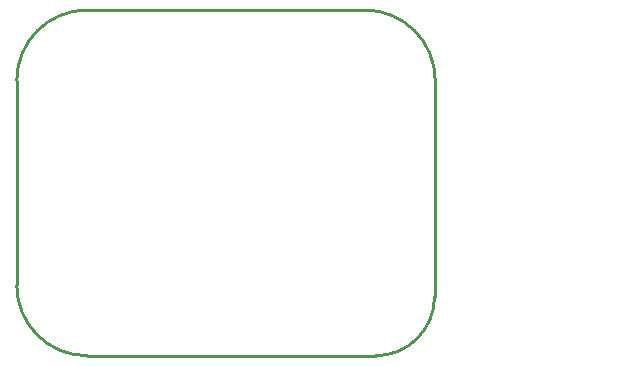
<source format=gko>
G04*
G04 #@! TF.GenerationSoftware,Altium Limited,Altium Designer,19.1.7 (138)*
G04*
G04 Layer_Color=16711935*
%FSLAX44Y44*%
%MOMM*%
G71*
G01*
G75*
%ADD74C,0.2540*%
G36*
X1367790Y864870D02*
D01*
D02*
G37*
G36*
X1377950Y889000D02*
D01*
D02*
G37*
D74*
X863600Y705485D02*
G03*
X923291Y645781I59704J0D01*
G01*
X923304Y938531D02*
G03*
X863600Y878840I0J-59704D01*
G01*
X1217931Y878826D02*
G03*
X1158240Y938530I-59704J0D01*
G01*
X1167386Y645781D02*
G03*
X1217355Y695740I0J49969D01*
G01*
X1217930Y695750D02*
X1217931Y695751D01*
Y868681D01*
Y878826D01*
X923291Y645781D02*
X1167386D01*
X863600Y705485D02*
Y878840D01*
X923304Y938530D02*
X1158240Y938530D01*
M02*

</source>
